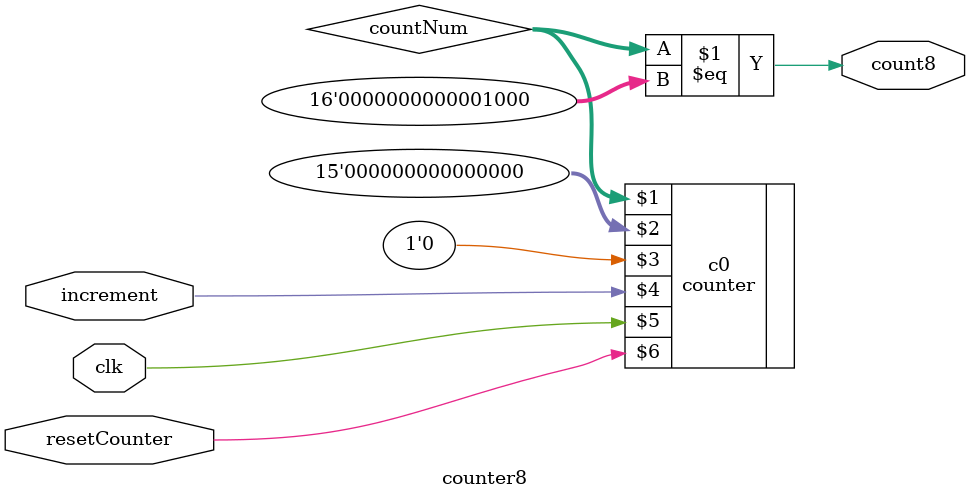
<source format=v>
module counter8(count8,increment,clk,resetCounter);
input increment,clk,resetCounter;
output count8;

reg[15:0] countNum;
counter c0(countNum,15'b0,1'b0,increment,clk,resetCounter);
assign count8 = (countNum == 8);

endmodule

</source>
